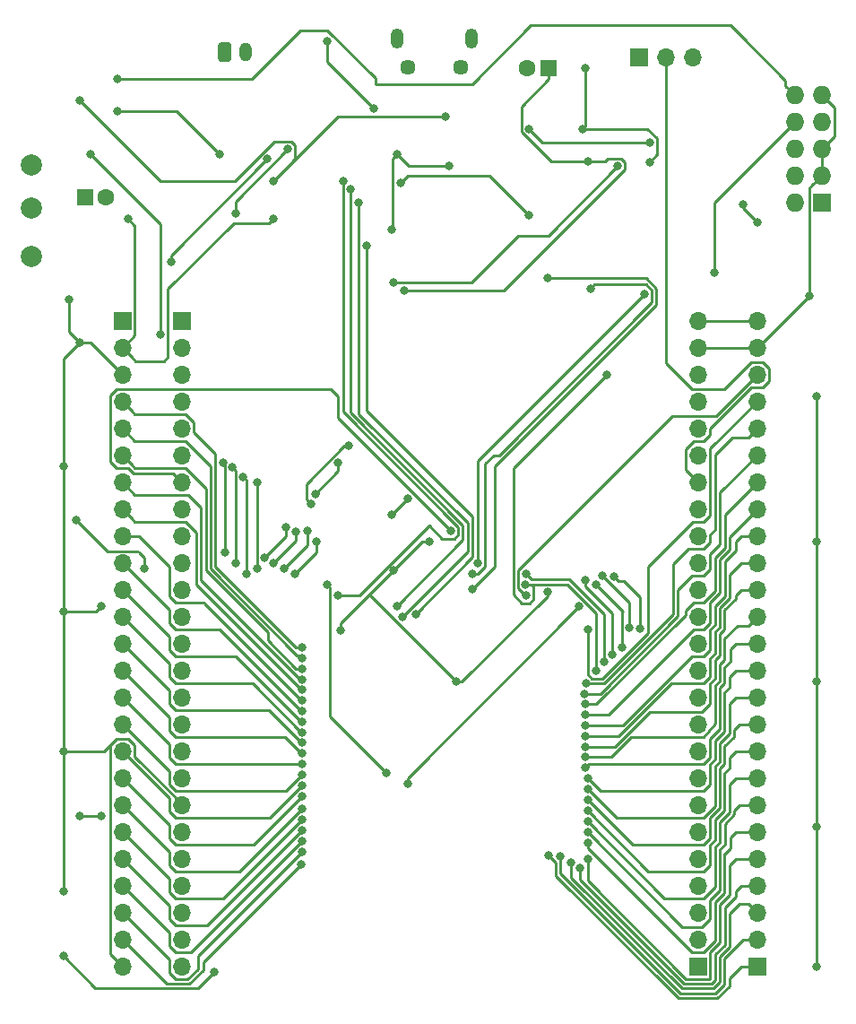
<source format=gbl>
G04 #@! TF.GenerationSoftware,KiCad,Pcbnew,(5.1.5)-3*
G04 #@! TF.CreationDate,2020-04-06T19:00:27-04:00*
G04 #@! TF.ProjectId,ControlBoard,436f6e74-726f-46c4-926f-6172642e6b69,rev?*
G04 #@! TF.SameCoordinates,Original*
G04 #@! TF.FileFunction,Copper,L2,Bot*
G04 #@! TF.FilePolarity,Positive*
%FSLAX46Y46*%
G04 Gerber Fmt 4.6, Leading zero omitted, Abs format (unit mm)*
G04 Created by KiCad (PCBNEW (5.1.5)-3) date 2020-04-06 19:00:27*
%MOMM*%
%LPD*%
G04 APERTURE LIST*
%ADD10C,2.000000*%
%ADD11O,1.700000X1.700000*%
%ADD12R,1.700000X1.700000*%
%ADD13O,1.200000X1.800000*%
%ADD14C,0.100000*%
%ADD15O,1.727200X1.727200*%
%ADD16R,1.727200X1.727200*%
%ADD17C,1.600000*%
%ADD18R,1.600000X1.600000*%
%ADD19C,1.450000*%
%ADD20O,1.200000X1.900000*%
%ADD21C,0.800000*%
%ADD22C,0.250000*%
G04 APERTURE END LIST*
D10*
X142748000Y-68580000D03*
X142748000Y-73152000D03*
X142748000Y-64516000D03*
D11*
X211328000Y-79248000D03*
X211328000Y-81788000D03*
X211328000Y-84328000D03*
X211328000Y-86868000D03*
X211328000Y-89408000D03*
X211328000Y-91948000D03*
X211328000Y-94488000D03*
X211328000Y-97028000D03*
X211328000Y-99568000D03*
X211328000Y-102108000D03*
X211328000Y-104648000D03*
X211328000Y-107188000D03*
X211328000Y-109728000D03*
X211328000Y-112268000D03*
X211328000Y-114808000D03*
X211328000Y-117348000D03*
X211328000Y-119888000D03*
X211328000Y-122428000D03*
X211328000Y-124968000D03*
X211328000Y-127508000D03*
X211328000Y-130048000D03*
X211328000Y-132588000D03*
X211328000Y-135128000D03*
X211328000Y-137668000D03*
D12*
X211328000Y-140208000D03*
D11*
X151384000Y-140208000D03*
X151384000Y-137668000D03*
X151384000Y-135128000D03*
X151384000Y-132588000D03*
X151384000Y-130048000D03*
X151384000Y-127508000D03*
X151384000Y-124968000D03*
X151384000Y-122428000D03*
X151384000Y-119888000D03*
X151384000Y-117348000D03*
X151384000Y-114808000D03*
X151384000Y-112268000D03*
X151384000Y-109728000D03*
X151384000Y-107188000D03*
X151384000Y-104648000D03*
X151384000Y-102108000D03*
X151384000Y-99568000D03*
X151384000Y-97028000D03*
X151384000Y-94488000D03*
X151384000Y-91948000D03*
X151384000Y-89408000D03*
X151384000Y-86868000D03*
X151384000Y-84328000D03*
X151384000Y-81788000D03*
D12*
X151384000Y-79248000D03*
D13*
X163036000Y-53848000D03*
G04 #@! TA.AperFunction,ComponentPad*
D14*
G36*
X161410505Y-52949204D02*
G01*
X161434773Y-52952804D01*
X161458572Y-52958765D01*
X161481671Y-52967030D01*
X161503850Y-52977520D01*
X161524893Y-52990132D01*
X161544599Y-53004747D01*
X161562777Y-53021223D01*
X161579253Y-53039401D01*
X161593868Y-53059107D01*
X161606480Y-53080150D01*
X161616970Y-53102329D01*
X161625235Y-53125428D01*
X161631196Y-53149227D01*
X161634796Y-53173495D01*
X161636000Y-53197999D01*
X161636000Y-54498001D01*
X161634796Y-54522505D01*
X161631196Y-54546773D01*
X161625235Y-54570572D01*
X161616970Y-54593671D01*
X161606480Y-54615850D01*
X161593868Y-54636893D01*
X161579253Y-54656599D01*
X161562777Y-54674777D01*
X161544599Y-54691253D01*
X161524893Y-54705868D01*
X161503850Y-54718480D01*
X161481671Y-54728970D01*
X161458572Y-54737235D01*
X161434773Y-54743196D01*
X161410505Y-54746796D01*
X161386001Y-54748000D01*
X160685999Y-54748000D01*
X160661495Y-54746796D01*
X160637227Y-54743196D01*
X160613428Y-54737235D01*
X160590329Y-54728970D01*
X160568150Y-54718480D01*
X160547107Y-54705868D01*
X160527401Y-54691253D01*
X160509223Y-54674777D01*
X160492747Y-54656599D01*
X160478132Y-54636893D01*
X160465520Y-54615850D01*
X160455030Y-54593671D01*
X160446765Y-54570572D01*
X160440804Y-54546773D01*
X160437204Y-54522505D01*
X160436000Y-54498001D01*
X160436000Y-53197999D01*
X160437204Y-53173495D01*
X160440804Y-53149227D01*
X160446765Y-53125428D01*
X160455030Y-53102329D01*
X160465520Y-53080150D01*
X160478132Y-53059107D01*
X160492747Y-53039401D01*
X160509223Y-53021223D01*
X160527401Y-53004747D01*
X160547107Y-52990132D01*
X160568150Y-52977520D01*
X160590329Y-52967030D01*
X160613428Y-52958765D01*
X160637227Y-52952804D01*
X160661495Y-52949204D01*
X160685999Y-52948000D01*
X161386001Y-52948000D01*
X161410505Y-52949204D01*
G37*
G04 #@! TD.AperFunction*
D15*
X214884000Y-57912000D03*
X217424000Y-57912000D03*
X214884000Y-60452000D03*
X217424000Y-60452000D03*
X214884000Y-62992000D03*
X217424000Y-62992000D03*
X214884000Y-65532000D03*
X217424000Y-65532000D03*
X214884000Y-68072000D03*
D16*
X217424000Y-68072000D03*
D11*
X205740000Y-79242000D03*
X205740000Y-81782000D03*
X205740000Y-84322000D03*
X205740000Y-86862000D03*
X205740000Y-89402000D03*
X205740000Y-91942000D03*
X205740000Y-94482000D03*
X205740000Y-97022000D03*
X205740000Y-99562000D03*
X205740000Y-102102000D03*
X205740000Y-104642000D03*
X205740000Y-107182000D03*
X205740000Y-109722000D03*
X205740000Y-112262000D03*
X205740000Y-114802000D03*
X205740000Y-117342000D03*
X205740000Y-119882000D03*
X205740000Y-122422000D03*
X205740000Y-124962000D03*
X205740000Y-127502000D03*
X205740000Y-130042000D03*
X205740000Y-132582000D03*
X205740000Y-135122000D03*
X205740000Y-137662000D03*
D12*
X205740000Y-140202000D03*
D11*
X156972000Y-140208000D03*
X156972000Y-137668000D03*
X156972000Y-135128000D03*
X156972000Y-132588000D03*
X156972000Y-130048000D03*
X156972000Y-127508000D03*
X156972000Y-124968000D03*
X156972000Y-122428000D03*
X156972000Y-119888000D03*
X156972000Y-117348000D03*
X156972000Y-114808000D03*
X156972000Y-112268000D03*
X156972000Y-109728000D03*
X156972000Y-107188000D03*
X156972000Y-104648000D03*
X156972000Y-102108000D03*
X156972000Y-99568000D03*
X156972000Y-97028000D03*
X156972000Y-94488000D03*
X156972000Y-91948000D03*
X156972000Y-89408000D03*
X156972000Y-86868000D03*
X156972000Y-84328000D03*
X156972000Y-81788000D03*
D12*
X156972000Y-79248000D03*
D17*
X149828000Y-67564000D03*
D18*
X147828000Y-67564000D03*
X191643000Y-55372000D03*
D17*
X189643000Y-55372000D03*
D11*
X205232000Y-54356000D03*
X202692000Y-54356000D03*
D12*
X200152000Y-54356000D03*
D19*
X183348000Y-55310500D03*
X178348000Y-55310500D03*
D20*
X184348000Y-52610500D03*
X177348000Y-52610500D03*
D21*
X201168000Y-64262000D03*
X194818000Y-61087000D03*
X160528000Y-63500000D03*
X150876000Y-59436000D03*
X195072000Y-55372000D03*
X165608000Y-69596000D03*
X151892000Y-69596000D03*
X176276000Y-121920000D03*
X170688000Y-104140000D03*
X216235399Y-76880601D03*
X147045010Y-98044000D03*
X160020000Y-140716000D03*
X145796000Y-139192000D03*
X147320000Y-125984000D03*
X169164000Y-96520000D03*
X172778835Y-91056494D03*
X194546761Y-106189239D03*
X178308000Y-122936000D03*
X149352000Y-125984000D03*
X153416000Y-102616000D03*
X148336000Y-63500000D03*
X150876000Y-56388000D03*
X155000000Y-80500000D03*
X189484000Y-103124000D03*
X196887000Y-111451108D03*
X207264000Y-74676000D03*
X189479347Y-104144653D03*
X196088000Y-112268000D03*
X197104000Y-84328000D03*
X195363000Y-108407974D03*
X201168000Y-62357000D03*
X189738000Y-61087000D03*
X181864000Y-59944000D03*
X165608000Y-66040000D03*
X147394000Y-58420000D03*
X176991034Y-102823034D03*
X171997985Y-108497985D03*
X182880000Y-113284000D03*
X147320000Y-81280000D03*
X145796000Y-92964000D03*
X145796000Y-106680000D03*
X145796000Y-119888000D03*
X145796000Y-133096000D03*
X216916000Y-86360000D03*
X216916000Y-100076000D03*
X216916000Y-113284000D03*
X216916000Y-127000000D03*
X216916000Y-140208000D03*
X149352000Y-106172000D03*
X169602199Y-95573801D03*
X171778432Y-92584426D03*
X191516000Y-104824194D03*
X180340000Y-100076000D03*
X178308000Y-96012000D03*
X176784000Y-97536000D03*
X146304000Y-77216000D03*
X210000000Y-68200000D03*
X211398599Y-69939469D03*
X195161886Y-113440194D03*
X195057911Y-114434776D03*
X195073896Y-115434650D03*
X195071784Y-116434649D03*
X195072020Y-117434650D03*
X168365000Y-113076227D03*
X168365000Y-112076224D03*
X168365000Y-111076221D03*
X168365000Y-110076218D03*
X172212000Y-66040000D03*
X171704000Y-105156000D03*
X167640000Y-103124000D03*
X169672000Y-100076000D03*
X173702846Y-68038846D03*
X177800000Y-107188000D03*
X166624000Y-102616000D03*
X168825068Y-99098833D03*
X172937000Y-66765000D03*
X177292000Y-106172000D03*
X165652880Y-102136535D03*
X167780314Y-99118282D03*
X174427846Y-72136000D03*
X179074653Y-106938653D03*
X195363000Y-122428000D03*
X195358347Y-123448653D03*
X195353694Y-124469306D03*
X195349041Y-125489959D03*
X195344388Y-126510612D03*
X195340955Y-127532485D03*
X195339204Y-128556039D03*
X195362346Y-130048654D03*
X197855132Y-103388868D03*
X200279725Y-108270361D03*
X182372000Y-99060000D03*
X196704659Y-103263700D03*
X199285127Y-108166539D03*
X196088000Y-104140000D03*
X198560127Y-110052568D03*
X195078218Y-103735567D03*
X197612000Y-110744000D03*
X195071999Y-118434651D03*
X195072000Y-119434652D03*
X195072000Y-120434655D03*
X195072000Y-121434658D03*
X168365000Y-115076233D03*
X168365000Y-114076230D03*
X164084000Y-102616000D03*
X164084000Y-94488000D03*
X163068000Y-103124000D03*
X162777000Y-93980000D03*
X162052000Y-102108000D03*
X161770811Y-93089089D03*
X161036000Y-101092000D03*
X160895153Y-92606153D03*
X194637346Y-130916579D03*
X193787536Y-130389486D03*
X192781347Y-129798653D03*
X191633929Y-129676541D03*
X168388901Y-129364381D03*
X168387251Y-128340726D03*
X168365000Y-118076242D03*
X168365000Y-117076239D03*
X168365000Y-116076236D03*
X168384018Y-127318654D03*
X168377651Y-126299715D03*
X168365000Y-125287061D03*
X168384018Y-124107847D03*
X168377651Y-123088908D03*
X168365000Y-122076254D03*
X168365000Y-121076251D03*
X168365000Y-120076248D03*
X168365000Y-119076245D03*
X164809000Y-101600000D03*
X166856811Y-98734687D03*
X191516000Y-75184000D03*
X184404000Y-104574001D03*
X195580000Y-76200000D03*
X184404000Y-103124000D03*
X200660000Y-76708000D03*
X184916413Y-102112892D03*
X170688000Y-52832000D03*
X175133000Y-59182000D03*
X177673000Y-66167000D03*
X189738000Y-69252000D03*
X177000000Y-75600000D03*
X198200000Y-64600000D03*
X177296653Y-63504653D03*
X182258097Y-64629903D03*
X176784000Y-70612000D03*
X167032990Y-62992000D03*
X162052000Y-69088000D03*
X165045842Y-63953842D03*
X155956000Y-73660000D03*
X178000000Y-76400000D03*
X195400000Y-64200000D03*
X168263797Y-130514791D03*
X189484000Y-105156000D03*
D22*
X200971002Y-61087000D02*
X194818000Y-61087000D01*
X201893001Y-62008999D02*
X200971002Y-61087000D01*
X201893001Y-63536999D02*
X201893001Y-62008999D01*
X201168000Y-64262000D02*
X201893001Y-63536999D01*
X160528000Y-63500000D02*
X156464000Y-59436000D01*
X156464000Y-59436000D02*
X150876000Y-59436000D01*
X205746000Y-81788000D02*
X205740000Y-81782000D01*
X195072000Y-60833000D02*
X194818000Y-61087000D01*
X195072000Y-55372000D02*
X195072000Y-60833000D01*
X152617001Y-83021001D02*
X152233999Y-82637999D01*
X155665001Y-82644001D02*
X155288001Y-83021001D01*
X155665001Y-76217995D02*
X155665001Y-82644001D01*
X152233999Y-82637999D02*
X151384000Y-81788000D01*
X161886997Y-69995999D02*
X155665001Y-76217995D01*
X155288001Y-83021001D02*
X152617001Y-83021001D01*
X165208001Y-69995999D02*
X161886997Y-69995999D01*
X165608000Y-69596000D02*
X165208001Y-69995999D01*
X152559001Y-70263001D02*
X151892000Y-69596000D01*
X151384000Y-81788000D02*
X152559001Y-80612999D01*
X152559001Y-80612999D02*
X152559001Y-70263001D01*
X218287599Y-62128401D02*
X217424000Y-62992000D01*
X218612601Y-61803399D02*
X218287599Y-62128401D01*
X218612601Y-59100601D02*
X218612601Y-61803399D01*
X217424000Y-57912000D02*
X218612601Y-59100601D01*
X217424000Y-62992000D02*
X217424000Y-65532000D01*
X216560401Y-66395599D02*
X217424000Y-65532000D01*
X216235399Y-66720601D02*
X216560401Y-66395599D01*
X216235399Y-76880601D02*
X216235399Y-66720601D01*
X170978999Y-116622999D02*
X170978999Y-104430999D01*
X170978999Y-104430999D02*
X170688000Y-104140000D01*
X176276000Y-121920000D02*
X170978999Y-116622999D01*
X212430001Y-80685999D02*
X216235399Y-76880601D01*
X211328000Y-81788000D02*
X212430001Y-80685999D01*
X150007009Y-101005999D02*
X147045010Y-98044000D01*
X152821999Y-101005999D02*
X150007009Y-101005999D01*
X211322000Y-81782000D02*
X211328000Y-81788000D01*
X205740000Y-81782000D02*
X211322000Y-81782000D01*
X160020000Y-140716000D02*
X159512000Y-141224000D01*
X148814019Y-142210019D02*
X145796000Y-139192000D01*
X159512000Y-141224000D02*
X158525981Y-142210019D01*
X158525981Y-142210019D02*
X148814019Y-142210019D01*
X147828000Y-125984000D02*
X147320000Y-125984000D01*
X169164000Y-96520000D02*
X168764001Y-96120001D01*
X172341402Y-91056494D02*
X172778835Y-91056494D01*
X168764001Y-94633895D02*
X172341402Y-91056494D01*
X168764001Y-96120001D02*
X168764001Y-94633895D01*
X194546761Y-106189239D02*
X178308000Y-122428000D01*
X178308000Y-122428000D02*
X178308000Y-122936000D01*
X149352000Y-125984000D02*
X147320000Y-125984000D01*
X153416000Y-102616000D02*
X153416000Y-101600000D01*
X153416000Y-101600000D02*
X152908000Y-101092000D01*
X148336000Y-63500000D02*
X154940000Y-70104000D01*
X214020401Y-57048401D02*
X214020401Y-56540401D01*
X214884000Y-57912000D02*
X214020401Y-57048401D01*
X214020401Y-56540401D02*
X209804000Y-52324000D01*
X208815490Y-51335490D02*
X189964510Y-51335490D01*
X209804000Y-52324000D02*
X208815490Y-51335490D01*
X189964510Y-51335490D02*
X184404000Y-56896000D01*
X184404000Y-56896000D02*
X175260000Y-56896000D01*
X175260000Y-56330998D02*
X170745002Y-51816000D01*
X175260000Y-56896000D02*
X175260000Y-56330998D01*
X170745002Y-51816000D02*
X170630998Y-51816000D01*
X170630998Y-51816000D02*
X168148000Y-51816000D01*
X168148000Y-51816000D02*
X163576000Y-56388000D01*
X163576000Y-56388000D02*
X150876000Y-56388000D01*
X155000000Y-70164000D02*
X154940000Y-70104000D01*
X155000000Y-80500000D02*
X155000000Y-70164000D01*
X189484000Y-103124000D02*
X189992000Y-103632000D01*
X189992000Y-103632000D02*
X193548000Y-103632000D01*
X193548000Y-103632000D02*
X196887000Y-106971000D01*
X196887000Y-106971000D02*
X196887000Y-111451108D01*
X207264000Y-68072000D02*
X214884000Y-60452000D01*
X207264000Y-74676000D02*
X207264000Y-68072000D01*
X189479347Y-104144653D02*
X193424243Y-104144653D01*
X193424243Y-104144653D02*
X196088000Y-106808410D01*
X196088000Y-106808410D02*
X196088000Y-112268000D01*
X190045032Y-104144653D02*
X189479347Y-104144653D01*
X190209001Y-105504001D02*
X190209001Y-104308622D01*
X189832001Y-105881001D02*
X190209001Y-105504001D01*
X189135999Y-105881001D02*
X189832001Y-105881001D01*
X188304336Y-105049338D02*
X189135999Y-105881001D01*
X190209001Y-104308622D02*
X190045032Y-104144653D01*
X188304336Y-93127664D02*
X188304336Y-105049338D01*
X197104000Y-84328000D02*
X188304336Y-93127664D01*
X196692696Y-112993001D02*
X195739999Y-112993001D01*
X201004726Y-108680971D02*
X196692696Y-112993001D01*
X206915001Y-91280999D02*
X206915001Y-97586001D01*
X201004726Y-102475248D02*
X201004726Y-108680971D01*
X206304001Y-98197001D02*
X205282973Y-98197001D01*
X205282973Y-98197001D02*
X201004726Y-102475248D01*
X195363000Y-112616002D02*
X195363000Y-108407974D01*
X211328000Y-86868000D02*
X206915001Y-91280999D01*
X195739999Y-112993001D02*
X195363000Y-112616002D01*
X206915001Y-97586001D02*
X206304001Y-98197001D01*
X191008000Y-62357000D02*
X189738000Y-61087000D01*
X201168000Y-62357000D02*
X191008000Y-62357000D01*
X205746000Y-79248000D02*
X205740000Y-79242000D01*
X181864000Y-59944000D02*
X171704000Y-59944000D01*
X171704000Y-59944000D02*
X165608000Y-66040000D01*
X150534001Y-139358001D02*
X151384000Y-140208000D01*
X150208999Y-119323999D02*
X150208999Y-139032999D01*
X152559001Y-119323999D02*
X151948001Y-118712999D01*
X150208999Y-139032999D02*
X150534001Y-139358001D01*
X152559001Y-120426591D02*
X152559001Y-119323999D01*
X156972000Y-124839590D02*
X152559001Y-120426591D01*
X151948001Y-118712999D02*
X150819999Y-118712999D01*
X156972000Y-124968000D02*
X156972000Y-124839590D01*
X155014000Y-66040000D02*
X147394000Y-58420000D01*
X161994722Y-66040000D02*
X155014000Y-66040000D01*
X167684991Y-63963009D02*
X167684991Y-62679039D01*
X167345951Y-62339999D02*
X165694723Y-62339999D01*
X165694723Y-62339999D02*
X161994722Y-66040000D01*
X165608000Y-66040000D02*
X167684991Y-63963009D01*
X167684991Y-62679039D02*
X167345951Y-62339999D01*
X171997985Y-107816083D02*
X171997985Y-108497985D01*
X174705034Y-105109034D02*
X182880000Y-113284000D01*
X174705034Y-105109034D02*
X171997985Y-107816083D01*
X176991034Y-102823034D02*
X174705034Y-105109034D01*
X147320000Y-81280000D02*
X145796000Y-82804000D01*
X145796000Y-82804000D02*
X145796000Y-92964000D01*
X145796000Y-92964000D02*
X145796000Y-106680000D01*
X145796000Y-106680000D02*
X145796000Y-119888000D01*
X145796000Y-119888000D02*
X145796000Y-133096000D01*
X216916000Y-86360000D02*
X216916000Y-100076000D01*
X216916000Y-100076000D02*
X216916000Y-113284000D01*
X216916000Y-113284000D02*
X216916000Y-127000000D01*
X216916000Y-127000000D02*
X216916000Y-140208000D01*
X148336000Y-81280000D02*
X151384000Y-84328000D01*
X147320000Y-81280000D02*
X148336000Y-81280000D01*
X148844000Y-106680000D02*
X145796000Y-106680000D01*
X149352000Y-106172000D02*
X148844000Y-106680000D01*
X211322000Y-79242000D02*
X211328000Y-79248000D01*
X205740000Y-79242000D02*
X211322000Y-79242000D01*
X145796000Y-119888000D02*
X149644998Y-119888000D01*
X150819999Y-118712999D02*
X150260499Y-119272499D01*
X149644998Y-119888000D02*
X150260499Y-119272499D01*
X150260499Y-119272499D02*
X150208999Y-119323999D01*
X169602199Y-95573801D02*
X171778432Y-93397568D01*
X171778432Y-93397568D02*
X171778432Y-92584426D01*
X191516000Y-105213685D02*
X191516000Y-104824194D01*
X182880000Y-113284000D02*
X183445685Y-113284000D01*
X183445685Y-113284000D02*
X191516000Y-105213685D01*
X179738068Y-100076000D02*
X176991034Y-102823034D01*
X180340000Y-100076000D02*
X179738068Y-100076000D01*
X178308000Y-96012000D02*
X176784000Y-97536000D01*
X146304000Y-80264000D02*
X147320000Y-81280000D01*
X146304000Y-77216000D02*
X146304000Y-80264000D01*
X210000000Y-68200000D02*
X210000000Y-68540870D01*
X210000000Y-68540870D02*
X211398599Y-69939469D01*
X208954001Y-90257999D02*
X207365011Y-91846989D01*
X211328000Y-89408000D02*
X210478001Y-90257999D01*
X210478001Y-90257999D02*
X208954001Y-90257999D01*
X206915001Y-99408999D02*
X206915001Y-100126001D01*
X207365011Y-91846989D02*
X207365011Y-98958989D01*
X207365011Y-98958989D02*
X206915001Y-99408999D01*
X206915001Y-100126001D02*
X206304001Y-100737001D01*
X195164703Y-113443011D02*
X195161886Y-113440194D01*
X196879096Y-113443011D02*
X195164703Y-113443011D01*
X203379383Y-106942724D02*
X196879096Y-113443011D01*
X204877001Y-100737001D02*
X203379383Y-102234619D01*
X203379383Y-102234619D02*
X203379383Y-106942724D01*
X206304001Y-100737001D02*
X204877001Y-100737001D01*
X196523741Y-114434776D02*
X203829393Y-107129124D01*
X195057911Y-114434776D02*
X196523741Y-114434776D01*
X205175999Y-103277001D02*
X206304001Y-103277001D01*
X203829393Y-107129124D02*
X203829393Y-104623607D01*
X203829393Y-104623607D02*
X205175999Y-103277001D01*
X207815021Y-95460979D02*
X211328000Y-91948000D01*
X206915001Y-102666001D02*
X206915001Y-101251001D01*
X206304001Y-103277001D02*
X206915001Y-102666001D01*
X206915001Y-101251001D02*
X207815021Y-100350981D01*
X207815021Y-100350981D02*
X207815021Y-95460979D01*
X204564999Y-106617999D02*
X205365997Y-105817001D01*
X204564999Y-107029928D02*
X204564999Y-106617999D01*
X195073896Y-115434650D02*
X196160277Y-115434650D01*
X196160277Y-115434650D02*
X204564999Y-107029928D01*
X205365997Y-105817001D02*
X206304001Y-105817001D01*
X208280000Y-97536000D02*
X211328000Y-94488000D01*
X206304001Y-105817001D02*
X207365011Y-104755991D01*
X207365011Y-104755991D02*
X207365011Y-102852401D01*
X207365011Y-102852401D02*
X207365011Y-101600000D01*
X207365011Y-101600000D02*
X208280000Y-100685011D01*
X208280000Y-100685011D02*
X208280000Y-97536000D01*
X208730010Y-99625990D02*
X211328000Y-97028000D01*
X195071784Y-116434649D02*
X197288349Y-116434649D01*
X205365997Y-108357001D02*
X206304001Y-108357001D01*
X197288349Y-116434649D02*
X205365997Y-108357001D01*
X206915001Y-107746001D02*
X206915001Y-105842411D01*
X206304001Y-108357001D02*
X206915001Y-107746001D01*
X207815021Y-104942391D02*
X207815021Y-103038801D01*
X206915001Y-105842411D02*
X207815021Y-104942391D01*
X207815021Y-103038801D02*
X207815021Y-101786400D01*
X208730010Y-100871411D02*
X208730010Y-99625990D01*
X207815021Y-101786400D02*
X208730010Y-100871411D01*
X209804000Y-99568000D02*
X211328000Y-99568000D01*
X209296000Y-100076000D02*
X209804000Y-99568000D01*
X206304001Y-110897001D02*
X206915001Y-110286001D01*
X206915001Y-110286001D02*
X206915001Y-108382411D01*
X208280000Y-105257011D02*
X208280000Y-101957831D01*
X198638350Y-117434650D02*
X205175999Y-110897001D01*
X205175999Y-110897001D02*
X206304001Y-110897001D01*
X207365011Y-107932401D02*
X207365011Y-106172000D01*
X195072020Y-117434650D02*
X198638350Y-117434650D01*
X207365011Y-106172000D02*
X208280000Y-105257011D01*
X206915001Y-108382411D02*
X207365011Y-107932401D01*
X208280000Y-101957831D02*
X209296000Y-100941831D01*
X209296000Y-100941831D02*
X209296000Y-100076000D01*
X152559001Y-95663001D02*
X157639001Y-95663001D01*
X151384000Y-94488000D02*
X152559001Y-95663001D01*
X168162908Y-113076227D02*
X168365000Y-113076227D01*
X158820124Y-103733443D02*
X168162908Y-113076227D01*
X157639001Y-95663001D02*
X158820124Y-96844124D01*
X158820124Y-96844124D02*
X158820124Y-103733443D01*
X152233999Y-92797999D02*
X151384000Y-91948000D01*
X152559001Y-93123001D02*
X152233999Y-92797999D01*
X159270134Y-95047132D02*
X157346003Y-93123001D01*
X157346003Y-93123001D02*
X152559001Y-93123001D01*
X168365000Y-112076224D02*
X167799315Y-112076224D01*
X165100000Y-109376909D02*
X165100000Y-108649723D01*
X159270134Y-102819855D02*
X159270134Y-95047132D01*
X167799315Y-112076224D02*
X165100000Y-109376909D01*
X165100000Y-108649723D02*
X159270134Y-102819855D01*
X159720143Y-102633456D02*
X167887906Y-110801219D01*
X159720142Y-92957140D02*
X159720143Y-102633456D01*
X157346003Y-90583001D02*
X159720142Y-92957140D01*
X151384000Y-89408000D02*
X152559001Y-90583001D01*
X152559001Y-90583001D02*
X157346003Y-90583001D01*
X167887906Y-110801219D02*
X168089998Y-110801219D01*
X168089998Y-110801219D02*
X168365000Y-111076221D01*
X168365000Y-110076218D02*
X167799315Y-110076218D01*
X160170152Y-102447055D02*
X160170152Y-91797848D01*
X167799315Y-110076218D02*
X160170152Y-102447055D01*
X152233999Y-87717999D02*
X151384000Y-86868000D01*
X152559001Y-88043001D02*
X152233999Y-87717999D01*
X157346003Y-88043001D02*
X152559001Y-88043001D01*
X158147001Y-88843999D02*
X157346003Y-88043001D01*
X158147001Y-89774697D02*
X158147001Y-88843999D01*
X160170152Y-91797848D02*
X158147001Y-89774697D01*
X182720001Y-99785001D02*
X181573001Y-99785001D01*
X183097001Y-99408001D02*
X182720001Y-99785001D01*
X183097001Y-98711999D02*
X183097001Y-99408001D01*
X172212000Y-66040000D02*
X172212000Y-87826998D01*
X172212000Y-87826998D02*
X183097001Y-98711999D01*
X181573001Y-99785001D02*
X180340000Y-98552000D01*
X180340000Y-98552000D02*
X173736000Y-105156000D01*
X173736000Y-105156000D02*
X171704000Y-105156000D01*
X167640000Y-103124000D02*
X169672000Y-101092000D01*
X169672000Y-101092000D02*
X169672000Y-100076000D01*
X183997021Y-98339199D02*
X183997021Y-100990979D01*
X173702846Y-68038846D02*
X173702846Y-88045024D01*
X183997021Y-100990979D02*
X177800000Y-107188000D01*
X173702846Y-88045024D02*
X183997021Y-98339199D01*
X166624000Y-102616000D02*
X168825068Y-100414932D01*
X168825068Y-100414932D02*
X168825068Y-99098833D01*
X183547011Y-99916989D02*
X177292000Y-106172000D01*
X183547011Y-98525599D02*
X183547011Y-99916989D01*
X172937000Y-66765000D02*
X172937000Y-87915588D01*
X172937000Y-87915588D02*
X183547011Y-98525599D01*
X165652880Y-102136535D02*
X167780314Y-100009101D01*
X167780314Y-100009101D02*
X167780314Y-99118282D01*
X174427846Y-72136000D02*
X174427846Y-87700154D01*
X184447031Y-97719339D02*
X184447031Y-101556969D01*
X174427846Y-87700154D02*
X184447031Y-97719339D01*
X184447031Y-101556969D02*
X179074653Y-106929347D01*
X179074653Y-106929347D02*
X179074653Y-106938653D01*
X211328000Y-112268000D02*
X209296000Y-112268000D01*
X209296000Y-112268000D02*
X208788000Y-112776000D01*
X208715039Y-112848961D02*
X208715039Y-113864961D01*
X208788000Y-112776000D02*
X208715039Y-112848961D01*
X208265031Y-114314969D02*
X208265030Y-117999380D01*
X208715039Y-113864961D02*
X208265031Y-114314969D01*
X208265030Y-117999380D02*
X207365011Y-118899399D01*
X206915001Y-121082411D02*
X206915001Y-122986001D01*
X206915001Y-122986001D02*
X206304001Y-123597001D01*
X207365011Y-118899399D02*
X207365010Y-120632402D01*
X207365010Y-120632402D02*
X206915001Y-121082411D01*
X206304001Y-123597001D02*
X196532001Y-123597001D01*
X196532001Y-123597001D02*
X195363000Y-122428000D01*
X211328000Y-114808000D02*
X209296000Y-114808000D01*
X209296000Y-114808000D02*
X208788000Y-115316000D01*
X208788000Y-115316000D02*
X208715040Y-115388960D01*
X208715040Y-115388960D02*
X208715039Y-118185781D01*
X208715039Y-118185781D02*
X207815020Y-119085800D01*
X207815020Y-120860980D02*
X207365011Y-121310989D01*
X207815020Y-119085800D02*
X207815020Y-120860980D01*
X198046695Y-126137001D02*
X195358347Y-123448653D01*
X206304001Y-126137001D02*
X198046695Y-126137001D01*
X207365011Y-121310989D02*
X207365011Y-125075991D01*
X207365011Y-125075991D02*
X206304001Y-126137001D01*
X209673049Y-117348000D02*
X211328000Y-117348000D01*
X206915001Y-126162411D02*
X207815021Y-125262391D01*
X206304001Y-128677001D02*
X206915001Y-128066001D01*
X206915001Y-128066001D02*
X206915001Y-126162411D01*
X199561389Y-128677001D02*
X206304001Y-128677001D01*
X195353694Y-124469306D02*
X199561389Y-128677001D01*
X209165049Y-117856000D02*
X209673049Y-117348000D01*
X207815021Y-125262391D02*
X207815021Y-121497389D01*
X207815021Y-121497389D02*
X208265029Y-121047381D01*
X208265029Y-121047381D02*
X208265030Y-119394970D01*
X208265030Y-119394970D02*
X209165049Y-118494951D01*
X209165049Y-118494951D02*
X209165049Y-117856000D01*
X209296000Y-119888000D02*
X211328000Y-119888000D01*
X206915001Y-128702411D02*
X207365011Y-128252401D01*
X207365011Y-126348811D02*
X208265031Y-125448791D01*
X206304001Y-131217001D02*
X206915001Y-130606001D01*
X207365011Y-128252401D02*
X207365011Y-126348811D01*
X206915001Y-130606001D02*
X206915001Y-128702411D01*
X195349041Y-125489959D02*
X201076083Y-131217001D01*
X201076083Y-131217001D02*
X206304001Y-131217001D01*
X208265031Y-125448791D02*
X208265031Y-121934969D01*
X208265031Y-121934969D02*
X208715039Y-121484961D01*
X208715039Y-121484961D02*
X208715039Y-120468961D01*
X208715039Y-120468961D02*
X209296000Y-119888000D01*
X202590777Y-133757001D02*
X195344388Y-126510612D01*
X206304001Y-133757001D02*
X202590777Y-133757001D01*
X207365011Y-128930989D02*
X207365011Y-132695991D01*
X209296000Y-122428000D02*
X208715041Y-123008959D01*
X207815021Y-128480979D02*
X207365011Y-128930989D01*
X211328000Y-122428000D02*
X209296000Y-122428000D01*
X208715041Y-123008959D02*
X208715040Y-125635192D01*
X208715040Y-125635192D02*
X207815021Y-126535211D01*
X207365011Y-132695991D02*
X206304001Y-133757001D01*
X207815021Y-126535211D02*
X207815021Y-128480979D01*
X211328000Y-124968000D02*
X209673050Y-124968000D01*
X209165050Y-125476000D02*
X209165049Y-125821593D01*
X209673050Y-124968000D02*
X209165050Y-125476000D01*
X209165049Y-125821593D02*
X208280000Y-126706642D01*
X208280000Y-126706642D02*
X208280000Y-128652410D01*
X207815021Y-129117389D02*
X207815021Y-133052979D01*
X208280000Y-128652410D02*
X207815021Y-129117389D01*
X206114003Y-136486999D02*
X205175999Y-136486999D01*
X206915001Y-135686001D02*
X206114003Y-136486999D01*
X207815021Y-133052979D02*
X206915001Y-133952999D01*
X206915001Y-133952999D02*
X206915001Y-135686001D01*
X205175999Y-136486999D02*
X204295469Y-136486999D01*
X204295469Y-136486999D02*
X195340955Y-127532485D01*
X211328000Y-127508000D02*
X209296000Y-127508000D01*
X209296000Y-127508000D02*
X208788000Y-128016000D01*
X208788000Y-128016000D02*
X208788000Y-129032000D01*
X208788000Y-129032000D02*
X208280000Y-129540000D01*
X208265031Y-129554969D02*
X208265030Y-133239380D01*
X208280000Y-129540000D02*
X208265031Y-129554969D01*
X207365011Y-137775991D02*
X206304001Y-138837001D01*
X208265030Y-133239380D02*
X207365011Y-134139399D01*
X207365011Y-134139399D02*
X207365011Y-137775991D01*
X195339204Y-129000206D02*
X195339204Y-128556039D01*
X206304001Y-138837001D02*
X205175999Y-138837001D01*
X205175999Y-138837001D02*
X195339204Y-129000206D01*
X195362346Y-132109348D02*
X195362346Y-130048654D01*
X206850001Y-141377001D02*
X204629999Y-141377001D01*
X206915001Y-141312001D02*
X206850001Y-141377001D01*
X206915001Y-138862411D02*
X206915001Y-141312001D01*
X207815020Y-137962392D02*
X206915001Y-138862411D01*
X204629999Y-141377001D02*
X195362346Y-132109348D01*
X209296000Y-130048000D02*
X208715040Y-130628960D01*
X208715039Y-133425779D02*
X207815021Y-134325799D01*
X211328000Y-130048000D02*
X209296000Y-130048000D01*
X208715040Y-130628960D02*
X208715039Y-133425779D01*
X207815021Y-134325799D02*
X207815020Y-137962392D01*
X198255131Y-103788867D02*
X198784867Y-103788867D01*
X197855132Y-103388868D02*
X198255131Y-103788867D01*
X198784867Y-103788867D02*
X200279725Y-105283725D01*
X200279725Y-105283725D02*
X200279725Y-108270361D01*
X150208999Y-86303999D02*
X150819999Y-85692999D01*
X150208999Y-92512001D02*
X150208999Y-86303999D01*
X156122001Y-93638001D02*
X152437591Y-93638001D01*
X156972000Y-94488000D02*
X156122001Y-93638001D01*
X152437591Y-93638001D02*
X151922591Y-93123001D01*
X151922591Y-93123001D02*
X150819999Y-93123001D01*
X150819999Y-93123001D02*
X150208999Y-92512001D01*
X171036999Y-85692999D02*
X151035001Y-85692999D01*
X171704000Y-86360000D02*
X171036999Y-85692999D01*
X182372000Y-99060000D02*
X171704000Y-88392000D01*
X151035001Y-85692999D02*
X157536001Y-85692999D01*
X150819999Y-85692999D02*
X151035001Y-85692999D01*
X171704000Y-88392000D02*
X171704000Y-86360000D01*
X196704659Y-103263700D02*
X199285127Y-105844168D01*
X199285127Y-105844168D02*
X199285127Y-108166539D01*
X196088000Y-104140000D02*
X198628000Y-106680000D01*
X198628000Y-106680000D02*
X198560127Y-106747873D01*
X198560127Y-106747873D02*
X198560127Y-110052568D01*
X195078218Y-104301252D02*
X197612000Y-106835034D01*
X195078218Y-103735567D02*
X195078218Y-104301252D01*
X197612000Y-106835034D02*
X197612000Y-110744000D01*
X198274759Y-118434651D02*
X195071999Y-118434651D01*
X203272409Y-113437001D02*
X198274759Y-118434651D01*
X211328000Y-102108000D02*
X209804000Y-102108000D01*
X209804000Y-102108000D02*
X208730010Y-103181990D01*
X208730010Y-103181990D02*
X208730009Y-105443412D01*
X207815021Y-106358400D02*
X207815021Y-108160979D01*
X207365011Y-110642989D02*
X206915001Y-111092999D01*
X208730009Y-105443412D02*
X207815021Y-106358400D01*
X207365011Y-108610989D02*
X207365011Y-110642989D01*
X207815021Y-108160979D02*
X207365011Y-108610989D01*
X206915001Y-111092999D02*
X206915001Y-112826001D01*
X206915001Y-112826001D02*
X206304001Y-113437001D01*
X206304001Y-113437001D02*
X203272409Y-113437001D01*
X201178821Y-116166999D02*
X197911168Y-119434652D01*
X206114003Y-116166999D02*
X201178821Y-116166999D01*
X206915001Y-115366001D02*
X206114003Y-116166999D01*
X207815021Y-108797389D02*
X207815020Y-110829390D01*
X207365011Y-111279399D02*
X207365010Y-113012402D01*
X209804000Y-104648000D02*
X209296000Y-105156000D01*
X207365010Y-113012402D02*
X206915001Y-113462411D01*
X209296000Y-105156000D02*
X209296000Y-105513831D01*
X209296000Y-105513831D02*
X208265031Y-106544800D01*
X197911168Y-119434652D02*
X195072000Y-119434652D01*
X211328000Y-104648000D02*
X209804000Y-104648000D01*
X208265031Y-108347379D02*
X207815021Y-108797389D01*
X207815020Y-110829390D02*
X207365011Y-111279399D01*
X208265031Y-106544800D02*
X208265031Y-108347379D01*
X206915001Y-113462411D02*
X206915001Y-115366001D01*
X210478001Y-108037999D02*
X209462001Y-108037999D01*
X211328000Y-107188000D02*
X210478001Y-108037999D01*
X209462001Y-108037999D02*
X208265031Y-109234969D01*
X206304001Y-118517001D02*
X199465229Y-118517001D01*
X197547575Y-120434655D02*
X195072000Y-120434655D01*
X199465229Y-118517001D02*
X197547575Y-120434655D01*
X208265031Y-111266969D02*
X207815020Y-111716980D01*
X208265031Y-109234969D02*
X208265031Y-111266969D01*
X207815020Y-113240980D02*
X207365011Y-113690989D01*
X207815020Y-111716980D02*
X207815020Y-113240980D01*
X207365011Y-117246989D02*
X207264000Y-117348000D01*
X207365011Y-113690989D02*
X207365011Y-117246989D01*
X207264000Y-117348000D02*
X206304001Y-118517001D01*
X211328000Y-109728000D02*
X209296000Y-109728000D01*
X208788000Y-111380410D02*
X208788000Y-110236000D01*
X195072000Y-121434658D02*
X195449657Y-121057001D01*
X209296000Y-109728000D02*
X208788000Y-110236000D01*
X195449657Y-121057001D02*
X206304001Y-121057001D01*
X206915001Y-118712999D02*
X207815021Y-117812979D01*
X207815021Y-117812979D02*
X207815021Y-113877389D01*
X207815021Y-113877389D02*
X208265029Y-113427381D01*
X206304001Y-121057001D02*
X206915001Y-120446001D01*
X208265029Y-113427381D02*
X208265029Y-111903381D01*
X206915001Y-120446001D02*
X206915001Y-118712999D01*
X208265029Y-111903381D02*
X208788000Y-111380410D01*
X151384000Y-99568000D02*
X152908000Y-99568000D01*
X155796999Y-105212001D02*
X156407999Y-105823001D01*
X152908000Y-99568000D02*
X155796999Y-102456999D01*
X156407999Y-105823001D02*
X159163001Y-105823001D01*
X155796999Y-102456999D02*
X155796999Y-105212001D01*
X168292001Y-115076233D02*
X168365000Y-115076233D01*
X159163001Y-105947233D02*
X168292001Y-115076233D01*
X159163001Y-105823001D02*
X159163001Y-105947233D01*
X152233999Y-97877999D02*
X151384000Y-97028000D01*
X157346003Y-98203001D02*
X152559001Y-98203001D01*
X152559001Y-98203001D02*
X152233999Y-97877999D01*
X158370114Y-99227112D02*
X157346003Y-98203001D01*
X158370114Y-104154343D02*
X158370114Y-99227112D01*
X168292001Y-114076230D02*
X158370114Y-104154343D01*
X168365000Y-114076230D02*
X168292001Y-114076230D01*
X164084000Y-102616000D02*
X164084000Y-94488000D01*
X163068000Y-103124000D02*
X163068000Y-94271000D01*
X163068000Y-94271000D02*
X162777000Y-93980000D01*
X162052000Y-102108000D02*
X162052000Y-93370278D01*
X162052000Y-93370278D02*
X161770811Y-93089089D01*
X161036000Y-101092000D02*
X161036000Y-92747000D01*
X161036000Y-92747000D02*
X160895153Y-92606153D01*
X211328000Y-132588000D02*
X209804000Y-132588000D01*
X209804000Y-132588000D02*
X209296000Y-133096000D01*
X209296000Y-133096000D02*
X209296000Y-133604000D01*
X209296000Y-133604000D02*
X208280000Y-134620000D01*
X208280000Y-134620000D02*
X208280000Y-138133822D01*
X207365010Y-141498402D02*
X207036401Y-141827011D01*
X208280000Y-138133822D02*
X207365011Y-139048811D01*
X207365011Y-139048811D02*
X207365010Y-141498402D01*
X194637346Y-132020758D02*
X194637346Y-130916579D01*
X207036401Y-141827011D02*
X204443598Y-141827010D01*
X204443598Y-141827010D02*
X194637346Y-132020758D01*
X210478001Y-134278001D02*
X209637999Y-134278001D01*
X211328000Y-135128000D02*
X210478001Y-134278001D01*
X208730010Y-135185990D02*
X208730010Y-138320222D01*
X209637999Y-134278001D02*
X208730010Y-135185990D01*
X208730010Y-138320222D02*
X207815020Y-139235212D01*
X207815019Y-141684803D02*
X207222800Y-142277020D01*
X207815020Y-139235212D02*
X207815019Y-141684803D01*
X207222800Y-142277020D02*
X204257197Y-142277019D01*
X204257197Y-142277019D02*
X193787536Y-131807358D01*
X193787536Y-131807358D02*
X193787536Y-130389486D01*
X211328000Y-137668000D02*
X210018642Y-137668000D01*
X210018642Y-137668000D02*
X208265029Y-139421613D01*
X208265027Y-141871204D02*
X207388231Y-142748000D01*
X208265029Y-139421613D02*
X208265027Y-141871204D01*
X207388231Y-142748000D02*
X205740000Y-142748000D01*
X192781347Y-131437579D02*
X192781347Y-129798653D01*
X205740000Y-142748000D02*
X204091768Y-142748000D01*
X204091768Y-142748000D02*
X192781347Y-131437579D01*
X211328000Y-140208000D02*
X210228000Y-140208000D01*
X209804000Y-140208000D02*
X208715037Y-141296963D01*
X210228000Y-140208000D02*
X209804000Y-140208000D01*
X207574631Y-143198010D02*
X203905368Y-143198010D01*
X203905368Y-143198010D02*
X202947358Y-142240000D01*
X208715037Y-141296963D02*
X208715036Y-142057605D01*
X208715036Y-142057605D02*
X207574631Y-143198010D01*
X192331337Y-130373949D02*
X191633929Y-129676541D01*
X202947358Y-142240000D02*
X192331337Y-131623979D01*
X192331337Y-131623979D02*
X192331337Y-130373949D01*
X151384000Y-135128000D02*
X155796999Y-139540999D01*
X155796999Y-140772001D02*
X156407999Y-141383001D01*
X155796999Y-139540999D02*
X155796999Y-140772001D01*
X156407999Y-141383001D02*
X157536001Y-141383001D01*
X158496000Y-140423002D02*
X158496000Y-139192000D01*
X157536001Y-141383001D02*
X158496000Y-140423002D01*
X158561282Y-139192000D02*
X168388901Y-129364381D01*
X158496000Y-139192000D02*
X158561282Y-139192000D01*
X156407999Y-138843001D02*
X157884976Y-138843001D01*
X151384000Y-132588000D02*
X155796999Y-137000999D01*
X155796999Y-138232001D02*
X156407999Y-138843001D01*
X155796999Y-137000999D02*
X155796999Y-138232001D01*
X157884976Y-138843001D02*
X168387251Y-128340726D01*
X168292001Y-118076242D02*
X168365000Y-118076242D01*
X155796999Y-111600999D02*
X155796999Y-112832001D01*
X156407999Y-113443001D02*
X163658760Y-113443001D01*
X155796999Y-112832001D02*
X156407999Y-113443001D01*
X151384000Y-107188000D02*
X155796999Y-111600999D01*
X163658760Y-113443001D02*
X168292001Y-118076242D01*
X168292001Y-117076239D02*
X168365000Y-117076239D01*
X155796999Y-109060999D02*
X155796999Y-110292001D01*
X156407999Y-110903001D02*
X162118763Y-110903001D01*
X151384000Y-104648000D02*
X155796999Y-109060999D01*
X155796999Y-110292001D02*
X156407999Y-110903001D01*
X162118763Y-110903001D02*
X168292001Y-117076239D01*
X160578766Y-108363001D02*
X168039765Y-115824000D01*
X156407999Y-108363001D02*
X160578766Y-108363001D01*
X155796999Y-107752001D02*
X156407999Y-108363001D01*
X151384000Y-102108000D02*
X155796999Y-106520999D01*
X155796999Y-106520999D02*
X155796999Y-107752001D01*
X168039765Y-115824000D02*
X168112764Y-115824000D01*
X168112764Y-115824000D02*
X168365000Y-116076236D01*
X155796999Y-134460999D02*
X155796999Y-135692001D01*
X159399671Y-136303001D02*
X168384018Y-127318654D01*
X151384000Y-130048000D02*
X155796999Y-134460999D01*
X155796999Y-135692001D02*
X156407999Y-136303001D01*
X156407999Y-136303001D02*
X159399671Y-136303001D01*
X155796999Y-131920999D02*
X155796999Y-133152001D01*
X151384000Y-127508000D02*
X155796999Y-131920999D01*
X155796999Y-133152001D02*
X156407999Y-133763001D01*
X156407999Y-133763001D02*
X160914365Y-133763001D01*
X160914365Y-133763001D02*
X168377651Y-126299715D01*
X155796999Y-129380999D02*
X155796999Y-130612001D01*
X151384000Y-124968000D02*
X155796999Y-129380999D01*
X155796999Y-130612001D02*
X156407999Y-131223001D01*
X156407999Y-131223001D02*
X162429060Y-131223001D01*
X162429060Y-131223001D02*
X168365000Y-125287061D01*
X155796999Y-126840999D02*
X155796999Y-128072001D01*
X155796999Y-128072001D02*
X156407999Y-128683001D01*
X151384000Y-122428000D02*
X155796999Y-126840999D01*
X156407999Y-128683001D02*
X163808864Y-128683001D01*
X163808864Y-128683001D02*
X168384018Y-124107847D01*
X155796999Y-124300999D02*
X155796999Y-125532001D01*
X151384000Y-119888000D02*
X155796999Y-124300999D01*
X155796999Y-125532001D02*
X156407999Y-126143001D01*
X156407999Y-126143001D02*
X165323558Y-126143001D01*
X165323558Y-126143001D02*
X168377651Y-123088908D01*
X155796999Y-121760999D02*
X155796999Y-122992001D01*
X156407999Y-123603001D02*
X166838253Y-123603001D01*
X151384000Y-117348000D02*
X155796999Y-121760999D01*
X166838253Y-123603001D02*
X168365000Y-122076254D01*
X155796999Y-122992001D02*
X156407999Y-123603001D01*
X156421249Y-121076251D02*
X168365000Y-121076251D01*
X155796999Y-120452001D02*
X156421249Y-121076251D01*
X151384000Y-114808000D02*
X155796999Y-119220999D01*
X155796999Y-119220999D02*
X155796999Y-120452001D01*
X155796999Y-116680999D02*
X155796999Y-117912001D01*
X168292001Y-120076248D02*
X168365000Y-120076248D01*
X151384000Y-112268000D02*
X155796999Y-116680999D01*
X156407999Y-118523001D02*
X166738754Y-118523001D01*
X155796999Y-117912001D02*
X156407999Y-118523001D01*
X166738754Y-118523001D02*
X168292001Y-120076248D01*
X168292001Y-119076245D02*
X168365000Y-119076245D01*
X155796999Y-114140999D02*
X155796999Y-115372001D01*
X151384000Y-109728000D02*
X155796999Y-114140999D01*
X155796999Y-115372001D02*
X156407999Y-115983001D01*
X165198757Y-115983001D02*
X168292001Y-119076245D01*
X156407999Y-115983001D02*
X165198757Y-115983001D01*
X164809000Y-101600000D02*
X166856811Y-99552189D01*
X166856811Y-99552189D02*
X166856811Y-98734687D01*
X201835010Y-77693400D02*
X186564410Y-92964000D01*
X201835011Y-76173599D02*
X201835010Y-77693400D01*
X191516000Y-75184000D02*
X200845412Y-75184000D01*
X200845412Y-75184000D02*
X201835011Y-76173599D01*
X186564410Y-92964000D02*
X186564410Y-102487590D01*
X186564410Y-102487590D02*
X184477999Y-104574001D01*
X184477999Y-104574001D02*
X184404000Y-104574001D01*
X201385001Y-76359999D02*
X201385001Y-77506999D01*
X200825003Y-75800001D02*
X201385001Y-76359999D01*
X195580000Y-76200000D02*
X195979999Y-75800001D01*
X195979999Y-75800001D02*
X200825003Y-75800001D01*
X186944000Y-91948000D02*
X186436000Y-91948000D01*
X201385001Y-77506999D02*
X186944000Y-91948000D01*
X185641414Y-102460893D02*
X184978307Y-103124000D01*
X186436000Y-91948000D02*
X185641414Y-92742586D01*
X185641414Y-92742586D02*
X185641414Y-102460893D01*
X184978307Y-103124000D02*
X184404000Y-103124000D01*
X200660000Y-76708000D02*
X184916413Y-92451587D01*
X184916413Y-92451587D02*
X184916413Y-102112892D01*
X170688000Y-54737000D02*
X175133000Y-59182000D01*
X170688000Y-52832000D02*
X170688000Y-54737000D01*
X177673000Y-66167000D02*
X178308000Y-65532000D01*
X178308000Y-65532000D02*
X186018000Y-65532000D01*
X186018000Y-65532000D02*
X189738000Y-69252000D01*
X184354962Y-75600000D02*
X188754962Y-71200000D01*
X177000000Y-75600000D02*
X184354962Y-75600000D01*
X188754962Y-71200000D02*
X191600000Y-71200000D01*
X191600000Y-71200000D02*
X198200000Y-64600000D01*
X177296653Y-63504653D02*
X178421903Y-64629903D01*
X178421903Y-64629903D02*
X182258097Y-64629903D01*
X177296653Y-63504653D02*
X176896654Y-63904652D01*
X176896654Y-70499346D02*
X176784000Y-70612000D01*
X176896654Y-63904652D02*
X176896654Y-70499346D01*
X167032990Y-62992000D02*
X162052000Y-67972990D01*
X162052000Y-67972990D02*
X162052000Y-69088000D01*
X165045842Y-63953842D02*
X155956000Y-73043684D01*
X155956000Y-73043684D02*
X155956000Y-73660000D01*
X178000000Y-76400000D02*
X183554962Y-76400000D01*
X198512961Y-63947999D02*
X197252001Y-63947999D01*
X198852001Y-64287039D02*
X198512961Y-63947999D01*
X183554962Y-76400000D02*
X187364962Y-76400000D01*
X198852001Y-64912961D02*
X198852001Y-64287039D01*
X187364962Y-76400000D02*
X198852001Y-64912961D01*
X197252001Y-63947999D02*
X197000000Y-64200000D01*
X197000000Y-64200000D02*
X195400000Y-64200000D01*
X194834315Y-64200000D02*
X195400000Y-64200000D01*
X191886038Y-64200000D02*
X194834315Y-64200000D01*
X189085999Y-61399961D02*
X191886038Y-64200000D01*
X189085999Y-58979001D02*
X189085999Y-61399961D01*
X191643000Y-56422000D02*
X189085999Y-58979001D01*
X191643000Y-55372000D02*
X191643000Y-56422000D01*
X157722402Y-141833010D02*
X159004000Y-140551412D01*
X151384000Y-137668000D02*
X155549011Y-141833011D01*
X155549011Y-141833011D02*
X157722402Y-141833010D01*
X159004000Y-140551412D02*
X159004000Y-139774588D01*
X159004000Y-139774588D02*
X168263797Y-130514791D01*
X189417692Y-105156000D02*
X189484000Y-105156000D01*
X203307999Y-88226999D02*
X188754346Y-102780652D01*
X188754346Y-104492654D02*
X189417692Y-105156000D01*
X211328000Y-84328000D02*
X207429001Y-88226999D01*
X207429001Y-88226999D02*
X203307999Y-88226999D01*
X188754346Y-102780652D02*
X188754346Y-104492654D01*
X204890001Y-93632001D02*
X205740000Y-94482000D01*
X204564999Y-93306999D02*
X204890001Y-93632001D01*
X204564999Y-91377999D02*
X204564999Y-93306999D01*
X206304001Y-90577001D02*
X205365997Y-90577001D01*
X206915001Y-89377409D02*
X206915001Y-89966001D01*
X210789409Y-85503001D02*
X206915001Y-89377409D01*
X206915001Y-89966001D02*
X206304001Y-90577001D01*
X211892001Y-85503001D02*
X210789409Y-85503001D01*
X212503001Y-84892001D02*
X211892001Y-85503001D01*
X212503001Y-83763999D02*
X212503001Y-84892001D01*
X211892001Y-83152999D02*
X212503001Y-83763999D01*
X205365997Y-90577001D02*
X204564999Y-91377999D01*
X210763999Y-83152999D02*
X211892001Y-83152999D01*
X208229999Y-85686999D02*
X210763999Y-83152999D01*
X205175999Y-85686999D02*
X208229999Y-85686999D01*
X202692000Y-83203000D02*
X205175999Y-85686999D01*
X202692000Y-54356000D02*
X202692000Y-83203000D01*
M02*

</source>
